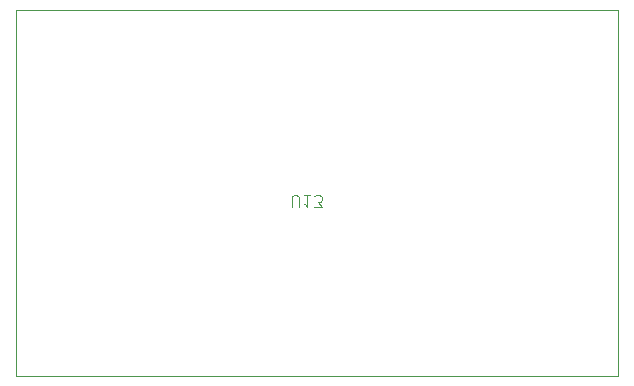
<source format=gbr>
%TF.GenerationSoftware,KiCad,Pcbnew,9.0.3-9.0.3-0~ubuntu22.04.1*%
%TF.CreationDate,2025-09-08T21:56:20-03:00*%
%TF.ProjectId,airplane,61697270-6c61-46e6-952e-6b696361645f,0.0.1*%
%TF.SameCoordinates,Original*%
%TF.FileFunction,Legend,Bot*%
%TF.FilePolarity,Positive*%
%FSLAX46Y46*%
G04 Gerber Fmt 4.6, Leading zero omitted, Abs format (unit mm)*
G04 Created by KiCad (PCBNEW 9.0.3-9.0.3-0~ubuntu22.04.1) date 2025-09-08 21:56:20*
%MOMM*%
%LPD*%
G01*
G04 APERTURE LIST*
%ADD10C,0.100000*%
G04 APERTURE END LIST*
D10*
X111086905Y-95417580D02*
X111086905Y-94608057D01*
X111086905Y-94608057D02*
X111134524Y-94512819D01*
X111134524Y-94512819D02*
X111182143Y-94465200D01*
X111182143Y-94465200D02*
X111277381Y-94417580D01*
X111277381Y-94417580D02*
X111467857Y-94417580D01*
X111467857Y-94417580D02*
X111563095Y-94465200D01*
X111563095Y-94465200D02*
X111610714Y-94512819D01*
X111610714Y-94512819D02*
X111658333Y-94608057D01*
X111658333Y-94608057D02*
X111658333Y-95417580D01*
X112658333Y-94417580D02*
X112086905Y-94417580D01*
X112372619Y-94417580D02*
X112372619Y-95417580D01*
X112372619Y-95417580D02*
X112277381Y-95274723D01*
X112277381Y-95274723D02*
X112182143Y-95179485D01*
X112182143Y-95179485D02*
X112086905Y-95131866D01*
X112991667Y-95417580D02*
X113610714Y-95417580D01*
X113610714Y-95417580D02*
X113277381Y-95036628D01*
X113277381Y-95036628D02*
X113420238Y-95036628D01*
X113420238Y-95036628D02*
X113515476Y-94989009D01*
X113515476Y-94989009D02*
X113563095Y-94941390D01*
X113563095Y-94941390D02*
X113610714Y-94846152D01*
X113610714Y-94846152D02*
X113610714Y-94608057D01*
X113610714Y-94608057D02*
X113563095Y-94512819D01*
X113563095Y-94512819D02*
X113515476Y-94465200D01*
X113515476Y-94465200D02*
X113420238Y-94417580D01*
X113420238Y-94417580D02*
X113134524Y-94417580D01*
X113134524Y-94417580D02*
X113039286Y-94465200D01*
X113039286Y-94465200D02*
X112991667Y-94512819D01*
%TO.C,U13*%
X138700000Y-109750000D02*
X87700000Y-109750000D01*
X87700000Y-78750000D01*
X138700000Y-78750000D01*
X138700000Y-109750000D01*
%TD*%
M02*

</source>
